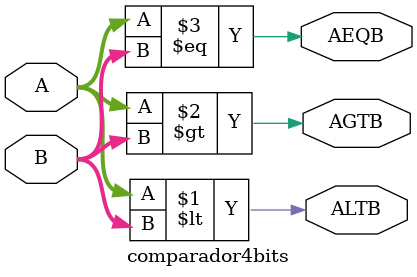
<source format=v>

module comparador4bits (A, B, ALTB, AGTB, AEQB);
    input [3:0] A, B;
    output ALTB, AGTB, AEQB;
    
    assign ALTB = (A<B),
           AGTB = (A>B),
           AEQB = (A==B);
endmodule
</source>
